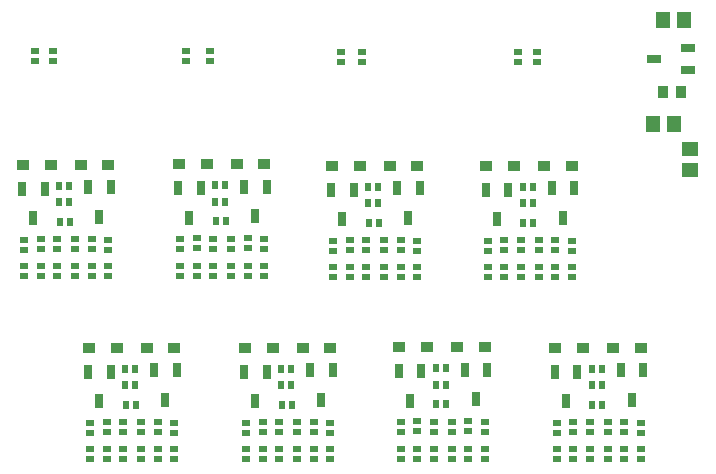
<source format=gtp>
G04 Layer_Color=8421504*
%FSLAX25Y25*%
%MOIN*%
G70*
G01*
G75*
%ADD10R,0.04567X0.05787*%
%ADD11R,0.05787X0.04567*%
%ADD12R,0.02362X0.02559*%
%ADD13R,0.02756X0.04921*%
%ADD14R,0.03937X0.03268*%
%ADD15R,0.02559X0.02362*%
%ADD16R,0.04528X0.02559*%
%ADD17R,0.03661X0.03858*%
G54D10*
X183496Y137000D02*
D03*
X190504D02*
D03*
X186996Y171500D02*
D03*
X194004D02*
D03*
G54D11*
X196000Y121496D02*
D03*
Y128504D02*
D03*
G54D12*
X163154Y55327D02*
D03*
X166500D02*
D03*
X-10827Y104347D02*
D03*
X-14173D02*
D03*
X-11000Y110846D02*
D03*
X-14346D02*
D03*
Y116347D02*
D03*
X-11000D02*
D03*
X11173Y43327D02*
D03*
X7827D02*
D03*
X11000Y49827D02*
D03*
X7654D02*
D03*
Y55327D02*
D03*
X11000D02*
D03*
X41173Y104500D02*
D03*
X37827D02*
D03*
X41000Y111000D02*
D03*
X37653D02*
D03*
Y116500D02*
D03*
X41000D02*
D03*
X63173Y43327D02*
D03*
X59827D02*
D03*
X63000Y49827D02*
D03*
X59654D02*
D03*
Y55327D02*
D03*
X63000D02*
D03*
X92173Y104000D02*
D03*
X88827D02*
D03*
X92000Y110500D02*
D03*
X88653D02*
D03*
Y116000D02*
D03*
X92000D02*
D03*
X114673Y43500D02*
D03*
X111327D02*
D03*
X114500Y50000D02*
D03*
X111153D02*
D03*
Y55500D02*
D03*
X114500D02*
D03*
X143673Y104000D02*
D03*
X140327D02*
D03*
X143500Y110500D02*
D03*
X140154D02*
D03*
Y116000D02*
D03*
X143500D02*
D03*
X166673Y43327D02*
D03*
X163327D02*
D03*
X166500Y49827D02*
D03*
X163154D02*
D03*
G54D13*
X180240Y54748D02*
D03*
X172760D02*
D03*
X176500Y44905D02*
D03*
X158240Y54248D02*
D03*
X150760D02*
D03*
X154500Y44405D02*
D03*
X2740Y115768D02*
D03*
X-4740D02*
D03*
X-1000Y105925D02*
D03*
X-19260Y115268D02*
D03*
X-26740D02*
D03*
X-23000Y105425D02*
D03*
X24740Y54748D02*
D03*
X17260D02*
D03*
X21000Y44905D02*
D03*
X2740Y54248D02*
D03*
X-4740D02*
D03*
X-1000Y44405D02*
D03*
X54740Y115921D02*
D03*
X47260D02*
D03*
X51000Y106079D02*
D03*
X32740Y115421D02*
D03*
X25260D02*
D03*
X29000Y105579D02*
D03*
X76740Y54748D02*
D03*
X69260D02*
D03*
X73000Y44905D02*
D03*
X54740Y54248D02*
D03*
X47260D02*
D03*
X51000Y44405D02*
D03*
X105740Y115421D02*
D03*
X98260D02*
D03*
X102000Y105579D02*
D03*
X83740Y114921D02*
D03*
X76260D02*
D03*
X80000Y105079D02*
D03*
X128240Y54921D02*
D03*
X120760D02*
D03*
X124500Y45079D02*
D03*
X106240Y54421D02*
D03*
X98760D02*
D03*
X102500Y44579D02*
D03*
X157240Y115421D02*
D03*
X149760D02*
D03*
X153500Y105579D02*
D03*
X135240Y114921D02*
D03*
X127760D02*
D03*
X131500Y105079D02*
D03*
G54D14*
X179500Y62327D02*
D03*
X170209D02*
D03*
X151000D02*
D03*
X160291D02*
D03*
X2000Y123346D02*
D03*
X-7291D02*
D03*
X-26500D02*
D03*
X-17209D02*
D03*
X24000Y62327D02*
D03*
X14709D02*
D03*
X-4500D02*
D03*
X4791D02*
D03*
X54000Y123500D02*
D03*
X44709D02*
D03*
X25500D02*
D03*
X34791D02*
D03*
X76000Y62327D02*
D03*
X66709D02*
D03*
X47500D02*
D03*
X56791D02*
D03*
X105000Y123000D02*
D03*
X95709D02*
D03*
X76500D02*
D03*
X85791D02*
D03*
X127500Y62500D02*
D03*
X118209D02*
D03*
X99000D02*
D03*
X108291D02*
D03*
X156500Y123000D02*
D03*
X147209D02*
D03*
X128000D02*
D03*
X137291D02*
D03*
G54D15*
X-9000Y95173D02*
D03*
Y98520D02*
D03*
Y86173D02*
D03*
Y89520D02*
D03*
X-3500Y95327D02*
D03*
Y98673D02*
D03*
Y86173D02*
D03*
Y89520D02*
D03*
X2000Y95000D02*
D03*
Y98347D02*
D03*
X2000Y86173D02*
D03*
Y89520D02*
D03*
X-26000Y95000D02*
D03*
Y98347D02*
D03*
X-26000Y86173D02*
D03*
Y89520D02*
D03*
X-20500Y95327D02*
D03*
Y98673D02*
D03*
Y86173D02*
D03*
Y89520D02*
D03*
X-15000Y95173D02*
D03*
Y98520D02*
D03*
Y86173D02*
D03*
Y89520D02*
D03*
X13000Y34154D02*
D03*
Y37500D02*
D03*
Y25153D02*
D03*
Y28500D02*
D03*
X18500Y34307D02*
D03*
Y37653D02*
D03*
Y25153D02*
D03*
Y28500D02*
D03*
X24000Y33980D02*
D03*
Y37327D02*
D03*
X24000Y25153D02*
D03*
Y28500D02*
D03*
X-4000Y33980D02*
D03*
Y37327D02*
D03*
X-4000Y25153D02*
D03*
Y28500D02*
D03*
X1500Y34307D02*
D03*
Y37653D02*
D03*
Y25153D02*
D03*
Y28500D02*
D03*
X7000Y34154D02*
D03*
Y37500D02*
D03*
Y25153D02*
D03*
Y28500D02*
D03*
X43000Y95327D02*
D03*
Y98673D02*
D03*
Y86327D02*
D03*
Y89673D02*
D03*
X48500Y95480D02*
D03*
Y98827D02*
D03*
Y86327D02*
D03*
Y89673D02*
D03*
X54000Y95153D02*
D03*
Y98500D02*
D03*
X54000Y86327D02*
D03*
Y89673D02*
D03*
X26000Y95153D02*
D03*
Y98500D02*
D03*
X26000Y86327D02*
D03*
Y89673D02*
D03*
X31500Y95480D02*
D03*
Y98827D02*
D03*
Y86327D02*
D03*
Y89673D02*
D03*
X37000Y95327D02*
D03*
Y98673D02*
D03*
Y86327D02*
D03*
Y89673D02*
D03*
X65000Y34154D02*
D03*
Y37500D02*
D03*
Y25153D02*
D03*
Y28500D02*
D03*
X70500Y34307D02*
D03*
Y37653D02*
D03*
Y25153D02*
D03*
Y28500D02*
D03*
X76000Y33980D02*
D03*
Y37327D02*
D03*
X76000Y25153D02*
D03*
Y28500D02*
D03*
X48000Y33980D02*
D03*
Y37327D02*
D03*
X48000Y25153D02*
D03*
Y28500D02*
D03*
X53500Y34307D02*
D03*
Y37653D02*
D03*
Y25153D02*
D03*
Y28500D02*
D03*
X59000Y34154D02*
D03*
Y37500D02*
D03*
Y25153D02*
D03*
Y28500D02*
D03*
X94000Y94827D02*
D03*
Y98173D02*
D03*
Y85827D02*
D03*
Y89173D02*
D03*
X99500Y94980D02*
D03*
Y98327D02*
D03*
Y85827D02*
D03*
Y89173D02*
D03*
X105000Y94653D02*
D03*
Y98000D02*
D03*
X105000Y85827D02*
D03*
Y89173D02*
D03*
X77000Y94653D02*
D03*
Y98000D02*
D03*
X77000Y85827D02*
D03*
Y89173D02*
D03*
X82500Y94980D02*
D03*
Y98327D02*
D03*
Y85827D02*
D03*
Y89173D02*
D03*
X88000Y94827D02*
D03*
Y98173D02*
D03*
Y85827D02*
D03*
Y89173D02*
D03*
X116500Y34327D02*
D03*
Y37673D02*
D03*
Y25327D02*
D03*
Y28673D02*
D03*
X122000Y34480D02*
D03*
Y37827D02*
D03*
Y25327D02*
D03*
Y28673D02*
D03*
X127500Y34154D02*
D03*
Y37500D02*
D03*
X127500Y25327D02*
D03*
Y28673D02*
D03*
X99500Y34154D02*
D03*
Y37500D02*
D03*
X99500Y25327D02*
D03*
Y28673D02*
D03*
X105000Y34480D02*
D03*
Y37827D02*
D03*
Y25327D02*
D03*
Y28673D02*
D03*
X110500Y34327D02*
D03*
Y37673D02*
D03*
Y25327D02*
D03*
Y28673D02*
D03*
X145500Y94827D02*
D03*
Y98173D02*
D03*
Y85827D02*
D03*
Y89173D02*
D03*
X151000Y94980D02*
D03*
Y98327D02*
D03*
Y85827D02*
D03*
Y89173D02*
D03*
X156500Y94653D02*
D03*
Y98000D02*
D03*
X156500Y85827D02*
D03*
Y89173D02*
D03*
X128500Y94653D02*
D03*
Y98000D02*
D03*
X128500Y85827D02*
D03*
Y89173D02*
D03*
X134000Y94980D02*
D03*
Y98327D02*
D03*
Y85827D02*
D03*
Y89173D02*
D03*
X139500Y94827D02*
D03*
Y98173D02*
D03*
Y85827D02*
D03*
Y89173D02*
D03*
X168500Y34154D02*
D03*
Y37500D02*
D03*
Y25153D02*
D03*
Y28500D02*
D03*
X174000Y34307D02*
D03*
Y37653D02*
D03*
Y25153D02*
D03*
Y28500D02*
D03*
X179500Y33980D02*
D03*
Y37327D02*
D03*
X179500Y25153D02*
D03*
Y28500D02*
D03*
X151500Y33980D02*
D03*
Y37327D02*
D03*
X151500Y25153D02*
D03*
Y28500D02*
D03*
X157000Y34307D02*
D03*
Y37653D02*
D03*
Y25153D02*
D03*
Y28500D02*
D03*
X162500Y34154D02*
D03*
Y37500D02*
D03*
Y25153D02*
D03*
Y28500D02*
D03*
X-16500Y157827D02*
D03*
Y161173D02*
D03*
X-22500Y157827D02*
D03*
Y161173D02*
D03*
X36000Y157827D02*
D03*
Y161173D02*
D03*
X28000Y157827D02*
D03*
Y161173D02*
D03*
X86500Y157500D02*
D03*
Y160846D02*
D03*
X79500Y157500D02*
D03*
Y160846D02*
D03*
X145000Y157500D02*
D03*
Y160846D02*
D03*
X138500Y157500D02*
D03*
Y160846D02*
D03*
G54D16*
X183693Y158500D02*
D03*
X195307Y162240D02*
D03*
Y154760D02*
D03*
G54D17*
X193000Y147500D02*
D03*
X186937D02*
D03*
M02*

</source>
